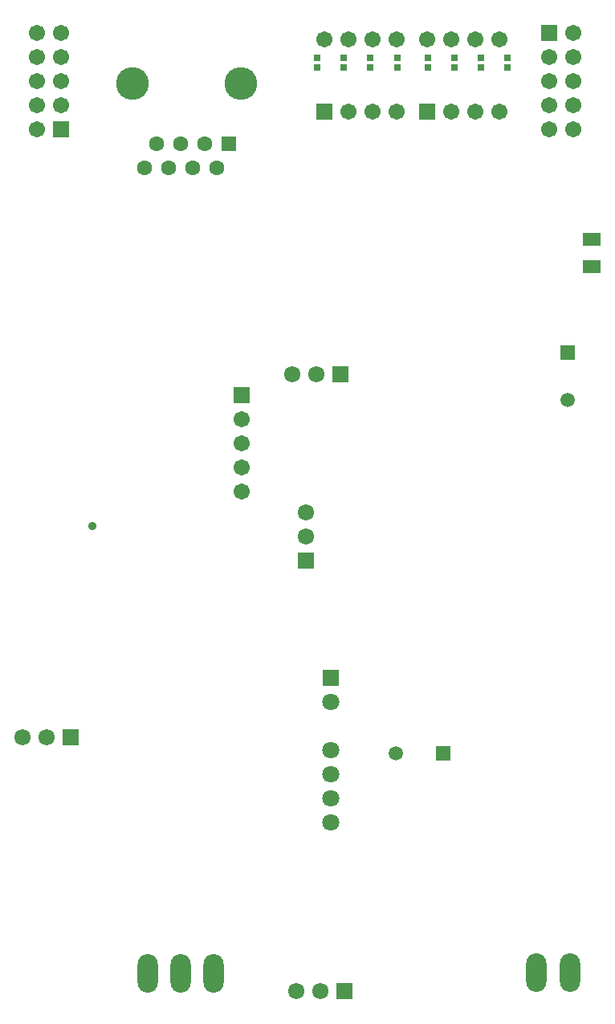
<source format=gbs>
G04*
G04 #@! TF.GenerationSoftware,Altium Limited,Altium Designer,20.0.13 (296)*
G04*
G04 Layer_Color=16711935*
%FSLAX44Y44*%
%MOMM*%
G71*
G01*
G75*
%ADD58R,1.9200X1.4700*%
%ADD87C,1.7032*%
%ADD88R,1.7032X1.7032*%
%ADD89C,1.7200*%
%ADD90R,1.7200X1.7200*%
%ADD91C,1.8032*%
%ADD92R,1.8032X1.8032*%
%ADD93O,2.1336X4.0640*%
%ADD94R,1.6012X1.6012*%
%ADD95C,3.4532*%
%ADD96C,1.6012*%
%ADD97C,1.5200*%
%ADD98R,1.5200X1.5200*%
%ADD99R,1.5200X1.5200*%
%ADD100R,1.7200X1.7200*%
%ADD101C,0.9032*%
%ADD120R,0.8032X0.7032*%
D58*
X668250Y839500D02*
D03*
Y810000D02*
D03*
D87*
X83100Y1057000D02*
D03*
X108500D02*
D03*
X83100Y1006200D02*
D03*
X108500D02*
D03*
X83100Y980800D02*
D03*
X108500D02*
D03*
X83100Y955400D02*
D03*
X108500Y1031600D02*
D03*
X83100D02*
D03*
X648900Y955400D02*
D03*
X623500D02*
D03*
X648900Y1006200D02*
D03*
X623500D02*
D03*
X648900Y1031600D02*
D03*
X623500D02*
D03*
X648900Y1057000D02*
D03*
X623500Y980800D02*
D03*
X648900D02*
D03*
X298750Y573700D02*
D03*
Y599100D02*
D03*
Y624500D02*
D03*
Y649900D02*
D03*
X411800Y974150D02*
D03*
X437200D02*
D03*
X462600D02*
D03*
X386400Y1050350D02*
D03*
X411800D02*
D03*
X437200D02*
D03*
X462600D02*
D03*
X520300Y974150D02*
D03*
X545700D02*
D03*
X571100D02*
D03*
X494900Y1050350D02*
D03*
X520300D02*
D03*
X545700D02*
D03*
X571100D02*
D03*
D88*
X108500Y955400D02*
D03*
X623500Y1057000D02*
D03*
X298750Y675300D02*
D03*
X386400Y974150D02*
D03*
X494900D02*
D03*
D89*
X377500Y697250D02*
D03*
X352100D02*
D03*
X93750Y314250D02*
D03*
X68350D02*
D03*
X381850Y46250D02*
D03*
X356450D02*
D03*
X367000Y550900D02*
D03*
Y525500D02*
D03*
D90*
X402900Y697250D02*
D03*
X119150Y314250D02*
D03*
X407250Y46250D02*
D03*
D91*
X392750Y224450D02*
D03*
Y249850D02*
D03*
Y275250D02*
D03*
Y300650D02*
D03*
Y351450D02*
D03*
D92*
Y376850D02*
D03*
D93*
X199750Y65365D02*
D03*
X234750D02*
D03*
X269750D02*
D03*
X610250Y66230D02*
D03*
X645250D02*
D03*
D94*
X285700Y940250D02*
D03*
D95*
X298400Y1003750D02*
D03*
X184100D02*
D03*
D96*
X273000Y914850D02*
D03*
X260300Y940250D02*
D03*
X247600Y914850D02*
D03*
X234900Y940250D02*
D03*
X222200Y914850D02*
D03*
X209500Y940250D02*
D03*
X196800Y914850D02*
D03*
D97*
X462000Y297250D02*
D03*
X643000Y670000D02*
D03*
D98*
X512000Y297250D02*
D03*
D99*
X643000Y720000D02*
D03*
D100*
X367000Y500100D02*
D03*
D101*
X141500Y537000D02*
D03*
D120*
X463000Y1020750D02*
D03*
Y1030750D02*
D03*
X435000Y1020749D02*
D03*
Y1030749D02*
D03*
X407000Y1020749D02*
D03*
Y1030749D02*
D03*
X379000Y1020749D02*
D03*
Y1030749D02*
D03*
X579250Y1020749D02*
D03*
Y1030749D02*
D03*
X551250Y1020749D02*
D03*
Y1030749D02*
D03*
X523250Y1020749D02*
D03*
Y1030749D02*
D03*
X495250Y1020750D02*
D03*
Y1030750D02*
D03*
M02*

</source>
